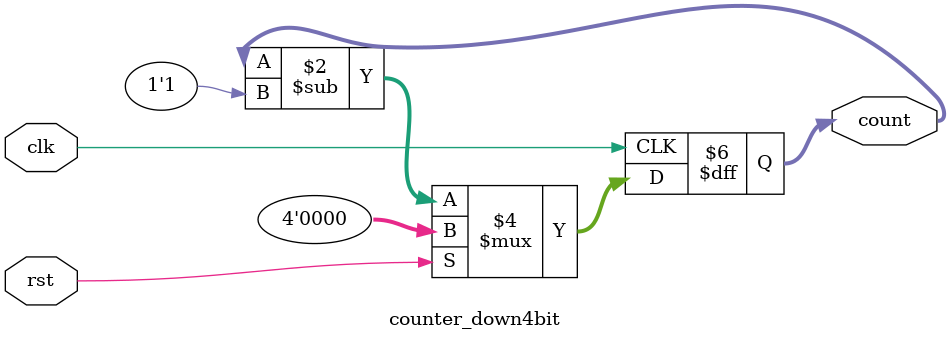
<source format=v>
module counter_down4bit(clk,rst,count);
  
  input clk,rst;
  output reg [3:0]count;
  
  always@(posedge clk)
    begin
      if(rst)
        count<=0;
      else
        count<=count-1'b1;
    end
  
  endmodule

</source>
